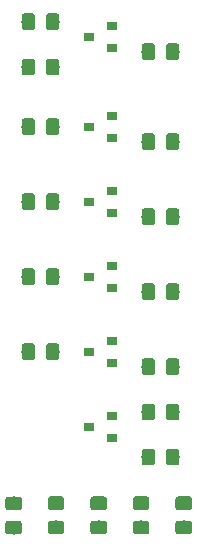
<source format=gbr>
G04 #@! TF.GenerationSoftware,KiCad,Pcbnew,(5.0.2)-1*
G04 #@! TF.CreationDate,2019-06-20T09:18:01+05:30*
G04 #@! TF.ProjectId,CapacityOfBattery,43617061-6369-4747-994f-664261747465,rev?*
G04 #@! TF.SameCoordinates,Original*
G04 #@! TF.FileFunction,Paste,Top*
G04 #@! TF.FilePolarity,Positive*
%FSLAX46Y46*%
G04 Gerber Fmt 4.6, Leading zero omitted, Abs format (unit mm)*
G04 Created by KiCad (PCBNEW (5.0.2)-1) date 06/20/19 09:18:01*
%MOMM*%
%LPD*%
G01*
G04 APERTURE LIST*
%ADD10R,0.900000X0.800000*%
%ADD11C,0.100000*%
%ADD12C,1.150000*%
G04 APERTURE END LIST*
D10*
G04 #@! TO.C,Q3*
X29660000Y-46650000D03*
X29660000Y-44750000D03*
X27660000Y-45700000D03*
G04 #@! TD*
D11*
G04 #@! TO.C,R9*
G36*
X35114505Y-25951204D02*
X35138773Y-25954804D01*
X35162572Y-25960765D01*
X35185671Y-25969030D01*
X35207850Y-25979520D01*
X35228893Y-25992132D01*
X35248599Y-26006747D01*
X35266777Y-26023223D01*
X35283253Y-26041401D01*
X35297868Y-26061107D01*
X35310480Y-26082150D01*
X35320970Y-26104329D01*
X35329235Y-26127428D01*
X35335196Y-26151227D01*
X35338796Y-26175495D01*
X35340000Y-26199999D01*
X35340000Y-27100001D01*
X35338796Y-27124505D01*
X35335196Y-27148773D01*
X35329235Y-27172572D01*
X35320970Y-27195671D01*
X35310480Y-27217850D01*
X35297868Y-27238893D01*
X35283253Y-27258599D01*
X35266777Y-27276777D01*
X35248599Y-27293253D01*
X35228893Y-27307868D01*
X35207850Y-27320480D01*
X35185671Y-27330970D01*
X35162572Y-27339235D01*
X35138773Y-27345196D01*
X35114505Y-27348796D01*
X35090001Y-27350000D01*
X34439999Y-27350000D01*
X34415495Y-27348796D01*
X34391227Y-27345196D01*
X34367428Y-27339235D01*
X34344329Y-27330970D01*
X34322150Y-27320480D01*
X34301107Y-27307868D01*
X34281401Y-27293253D01*
X34263223Y-27276777D01*
X34246747Y-27258599D01*
X34232132Y-27238893D01*
X34219520Y-27217850D01*
X34209030Y-27195671D01*
X34200765Y-27172572D01*
X34194804Y-27148773D01*
X34191204Y-27124505D01*
X34190000Y-27100001D01*
X34190000Y-26199999D01*
X34191204Y-26175495D01*
X34194804Y-26151227D01*
X34200765Y-26127428D01*
X34209030Y-26104329D01*
X34219520Y-26082150D01*
X34232132Y-26061107D01*
X34246747Y-26041401D01*
X34263223Y-26023223D01*
X34281401Y-26006747D01*
X34301107Y-25992132D01*
X34322150Y-25979520D01*
X34344329Y-25969030D01*
X34367428Y-25960765D01*
X34391227Y-25954804D01*
X34415495Y-25951204D01*
X34439999Y-25950000D01*
X35090001Y-25950000D01*
X35114505Y-25951204D01*
X35114505Y-25951204D01*
G37*
D12*
X34765000Y-26650000D03*
D11*
G36*
X33064505Y-25951204D02*
X33088773Y-25954804D01*
X33112572Y-25960765D01*
X33135671Y-25969030D01*
X33157850Y-25979520D01*
X33178893Y-25992132D01*
X33198599Y-26006747D01*
X33216777Y-26023223D01*
X33233253Y-26041401D01*
X33247868Y-26061107D01*
X33260480Y-26082150D01*
X33270970Y-26104329D01*
X33279235Y-26127428D01*
X33285196Y-26151227D01*
X33288796Y-26175495D01*
X33290000Y-26199999D01*
X33290000Y-27100001D01*
X33288796Y-27124505D01*
X33285196Y-27148773D01*
X33279235Y-27172572D01*
X33270970Y-27195671D01*
X33260480Y-27217850D01*
X33247868Y-27238893D01*
X33233253Y-27258599D01*
X33216777Y-27276777D01*
X33198599Y-27293253D01*
X33178893Y-27307868D01*
X33157850Y-27320480D01*
X33135671Y-27330970D01*
X33112572Y-27339235D01*
X33088773Y-27345196D01*
X33064505Y-27348796D01*
X33040001Y-27350000D01*
X32389999Y-27350000D01*
X32365495Y-27348796D01*
X32341227Y-27345196D01*
X32317428Y-27339235D01*
X32294329Y-27330970D01*
X32272150Y-27320480D01*
X32251107Y-27307868D01*
X32231401Y-27293253D01*
X32213223Y-27276777D01*
X32196747Y-27258599D01*
X32182132Y-27238893D01*
X32169520Y-27217850D01*
X32159030Y-27195671D01*
X32150765Y-27172572D01*
X32144804Y-27148773D01*
X32141204Y-27124505D01*
X32140000Y-27100001D01*
X32140000Y-26199999D01*
X32141204Y-26175495D01*
X32144804Y-26151227D01*
X32150765Y-26127428D01*
X32159030Y-26104329D01*
X32169520Y-26082150D01*
X32182132Y-26061107D01*
X32196747Y-26041401D01*
X32213223Y-26023223D01*
X32231401Y-26006747D01*
X32251107Y-25992132D01*
X32272150Y-25979520D01*
X32294329Y-25969030D01*
X32317428Y-25960765D01*
X32341227Y-25954804D01*
X32365495Y-25951204D01*
X32389999Y-25950000D01*
X33040001Y-25950000D01*
X33064505Y-25951204D01*
X33064505Y-25951204D01*
G37*
D12*
X32715000Y-26650000D03*
G04 #@! TD*
D10*
G04 #@! TO.C,Q6*
X29660000Y-26330000D03*
X29660000Y-24430000D03*
X27660000Y-25380000D03*
G04 #@! TD*
D11*
G04 #@! TO.C,D2*
G36*
X25374505Y-66351204D02*
X25398773Y-66354804D01*
X25422572Y-66360765D01*
X25445671Y-66369030D01*
X25467850Y-66379520D01*
X25488893Y-66392132D01*
X25508599Y-66406747D01*
X25526777Y-66423223D01*
X25543253Y-66441401D01*
X25557868Y-66461107D01*
X25570480Y-66482150D01*
X25580970Y-66504329D01*
X25589235Y-66527428D01*
X25595196Y-66551227D01*
X25598796Y-66575495D01*
X25600000Y-66599999D01*
X25600000Y-67250001D01*
X25598796Y-67274505D01*
X25595196Y-67298773D01*
X25589235Y-67322572D01*
X25580970Y-67345671D01*
X25570480Y-67367850D01*
X25557868Y-67388893D01*
X25543253Y-67408599D01*
X25526777Y-67426777D01*
X25508599Y-67443253D01*
X25488893Y-67457868D01*
X25467850Y-67470480D01*
X25445671Y-67480970D01*
X25422572Y-67489235D01*
X25398773Y-67495196D01*
X25374505Y-67498796D01*
X25350001Y-67500000D01*
X24449999Y-67500000D01*
X24425495Y-67498796D01*
X24401227Y-67495196D01*
X24377428Y-67489235D01*
X24354329Y-67480970D01*
X24332150Y-67470480D01*
X24311107Y-67457868D01*
X24291401Y-67443253D01*
X24273223Y-67426777D01*
X24256747Y-67408599D01*
X24242132Y-67388893D01*
X24229520Y-67367850D01*
X24219030Y-67345671D01*
X24210765Y-67322572D01*
X24204804Y-67298773D01*
X24201204Y-67274505D01*
X24200000Y-67250001D01*
X24200000Y-66599999D01*
X24201204Y-66575495D01*
X24204804Y-66551227D01*
X24210765Y-66527428D01*
X24219030Y-66504329D01*
X24229520Y-66482150D01*
X24242132Y-66461107D01*
X24256747Y-66441401D01*
X24273223Y-66423223D01*
X24291401Y-66406747D01*
X24311107Y-66392132D01*
X24332150Y-66379520D01*
X24354329Y-66369030D01*
X24377428Y-66360765D01*
X24401227Y-66354804D01*
X24425495Y-66351204D01*
X24449999Y-66350000D01*
X25350001Y-66350000D01*
X25374505Y-66351204D01*
X25374505Y-66351204D01*
G37*
D12*
X24900000Y-66925000D03*
D11*
G36*
X25374505Y-64301204D02*
X25398773Y-64304804D01*
X25422572Y-64310765D01*
X25445671Y-64319030D01*
X25467850Y-64329520D01*
X25488893Y-64342132D01*
X25508599Y-64356747D01*
X25526777Y-64373223D01*
X25543253Y-64391401D01*
X25557868Y-64411107D01*
X25570480Y-64432150D01*
X25580970Y-64454329D01*
X25589235Y-64477428D01*
X25595196Y-64501227D01*
X25598796Y-64525495D01*
X25600000Y-64549999D01*
X25600000Y-65200001D01*
X25598796Y-65224505D01*
X25595196Y-65248773D01*
X25589235Y-65272572D01*
X25580970Y-65295671D01*
X25570480Y-65317850D01*
X25557868Y-65338893D01*
X25543253Y-65358599D01*
X25526777Y-65376777D01*
X25508599Y-65393253D01*
X25488893Y-65407868D01*
X25467850Y-65420480D01*
X25445671Y-65430970D01*
X25422572Y-65439235D01*
X25398773Y-65445196D01*
X25374505Y-65448796D01*
X25350001Y-65450000D01*
X24449999Y-65450000D01*
X24425495Y-65448796D01*
X24401227Y-65445196D01*
X24377428Y-65439235D01*
X24354329Y-65430970D01*
X24332150Y-65420480D01*
X24311107Y-65407868D01*
X24291401Y-65393253D01*
X24273223Y-65376777D01*
X24256747Y-65358599D01*
X24242132Y-65338893D01*
X24229520Y-65317850D01*
X24219030Y-65295671D01*
X24210765Y-65272572D01*
X24204804Y-65248773D01*
X24201204Y-65224505D01*
X24200000Y-65200001D01*
X24200000Y-64549999D01*
X24201204Y-64525495D01*
X24204804Y-64501227D01*
X24210765Y-64477428D01*
X24219030Y-64454329D01*
X24229520Y-64432150D01*
X24242132Y-64411107D01*
X24256747Y-64391401D01*
X24273223Y-64373223D01*
X24291401Y-64356747D01*
X24311107Y-64342132D01*
X24332150Y-64329520D01*
X24354329Y-64319030D01*
X24377428Y-64310765D01*
X24401227Y-64304804D01*
X24425495Y-64301204D01*
X24449999Y-64300000D01*
X25350001Y-64300000D01*
X25374505Y-64301204D01*
X25374505Y-64301204D01*
G37*
D12*
X24900000Y-64875000D03*
G04 #@! TD*
D11*
G04 #@! TO.C,D3*
G36*
X28974505Y-64301204D02*
X28998773Y-64304804D01*
X29022572Y-64310765D01*
X29045671Y-64319030D01*
X29067850Y-64329520D01*
X29088893Y-64342132D01*
X29108599Y-64356747D01*
X29126777Y-64373223D01*
X29143253Y-64391401D01*
X29157868Y-64411107D01*
X29170480Y-64432150D01*
X29180970Y-64454329D01*
X29189235Y-64477428D01*
X29195196Y-64501227D01*
X29198796Y-64525495D01*
X29200000Y-64549999D01*
X29200000Y-65200001D01*
X29198796Y-65224505D01*
X29195196Y-65248773D01*
X29189235Y-65272572D01*
X29180970Y-65295671D01*
X29170480Y-65317850D01*
X29157868Y-65338893D01*
X29143253Y-65358599D01*
X29126777Y-65376777D01*
X29108599Y-65393253D01*
X29088893Y-65407868D01*
X29067850Y-65420480D01*
X29045671Y-65430970D01*
X29022572Y-65439235D01*
X28998773Y-65445196D01*
X28974505Y-65448796D01*
X28950001Y-65450000D01*
X28049999Y-65450000D01*
X28025495Y-65448796D01*
X28001227Y-65445196D01*
X27977428Y-65439235D01*
X27954329Y-65430970D01*
X27932150Y-65420480D01*
X27911107Y-65407868D01*
X27891401Y-65393253D01*
X27873223Y-65376777D01*
X27856747Y-65358599D01*
X27842132Y-65338893D01*
X27829520Y-65317850D01*
X27819030Y-65295671D01*
X27810765Y-65272572D01*
X27804804Y-65248773D01*
X27801204Y-65224505D01*
X27800000Y-65200001D01*
X27800000Y-64549999D01*
X27801204Y-64525495D01*
X27804804Y-64501227D01*
X27810765Y-64477428D01*
X27819030Y-64454329D01*
X27829520Y-64432150D01*
X27842132Y-64411107D01*
X27856747Y-64391401D01*
X27873223Y-64373223D01*
X27891401Y-64356747D01*
X27911107Y-64342132D01*
X27932150Y-64329520D01*
X27954329Y-64319030D01*
X27977428Y-64310765D01*
X28001227Y-64304804D01*
X28025495Y-64301204D01*
X28049999Y-64300000D01*
X28950001Y-64300000D01*
X28974505Y-64301204D01*
X28974505Y-64301204D01*
G37*
D12*
X28500000Y-64875000D03*
D11*
G36*
X28974505Y-66351204D02*
X28998773Y-66354804D01*
X29022572Y-66360765D01*
X29045671Y-66369030D01*
X29067850Y-66379520D01*
X29088893Y-66392132D01*
X29108599Y-66406747D01*
X29126777Y-66423223D01*
X29143253Y-66441401D01*
X29157868Y-66461107D01*
X29170480Y-66482150D01*
X29180970Y-66504329D01*
X29189235Y-66527428D01*
X29195196Y-66551227D01*
X29198796Y-66575495D01*
X29200000Y-66599999D01*
X29200000Y-67250001D01*
X29198796Y-67274505D01*
X29195196Y-67298773D01*
X29189235Y-67322572D01*
X29180970Y-67345671D01*
X29170480Y-67367850D01*
X29157868Y-67388893D01*
X29143253Y-67408599D01*
X29126777Y-67426777D01*
X29108599Y-67443253D01*
X29088893Y-67457868D01*
X29067850Y-67470480D01*
X29045671Y-67480970D01*
X29022572Y-67489235D01*
X28998773Y-67495196D01*
X28974505Y-67498796D01*
X28950001Y-67500000D01*
X28049999Y-67500000D01*
X28025495Y-67498796D01*
X28001227Y-67495196D01*
X27977428Y-67489235D01*
X27954329Y-67480970D01*
X27932150Y-67470480D01*
X27911107Y-67457868D01*
X27891401Y-67443253D01*
X27873223Y-67426777D01*
X27856747Y-67408599D01*
X27842132Y-67388893D01*
X27829520Y-67367850D01*
X27819030Y-67345671D01*
X27810765Y-67322572D01*
X27804804Y-67298773D01*
X27801204Y-67274505D01*
X27800000Y-67250001D01*
X27800000Y-66599999D01*
X27801204Y-66575495D01*
X27804804Y-66551227D01*
X27810765Y-66527428D01*
X27819030Y-66504329D01*
X27829520Y-66482150D01*
X27842132Y-66461107D01*
X27856747Y-66441401D01*
X27873223Y-66423223D01*
X27891401Y-66406747D01*
X27911107Y-66392132D01*
X27932150Y-66379520D01*
X27954329Y-66369030D01*
X27977428Y-66360765D01*
X28001227Y-66354804D01*
X28025495Y-66351204D01*
X28049999Y-66350000D01*
X28950001Y-66350000D01*
X28974505Y-66351204D01*
X28974505Y-66351204D01*
G37*
D12*
X28500000Y-66925000D03*
G04 #@! TD*
D11*
G04 #@! TO.C,D4*
G36*
X32574505Y-66351204D02*
X32598773Y-66354804D01*
X32622572Y-66360765D01*
X32645671Y-66369030D01*
X32667850Y-66379520D01*
X32688893Y-66392132D01*
X32708599Y-66406747D01*
X32726777Y-66423223D01*
X32743253Y-66441401D01*
X32757868Y-66461107D01*
X32770480Y-66482150D01*
X32780970Y-66504329D01*
X32789235Y-66527428D01*
X32795196Y-66551227D01*
X32798796Y-66575495D01*
X32800000Y-66599999D01*
X32800000Y-67250001D01*
X32798796Y-67274505D01*
X32795196Y-67298773D01*
X32789235Y-67322572D01*
X32780970Y-67345671D01*
X32770480Y-67367850D01*
X32757868Y-67388893D01*
X32743253Y-67408599D01*
X32726777Y-67426777D01*
X32708599Y-67443253D01*
X32688893Y-67457868D01*
X32667850Y-67470480D01*
X32645671Y-67480970D01*
X32622572Y-67489235D01*
X32598773Y-67495196D01*
X32574505Y-67498796D01*
X32550001Y-67500000D01*
X31649999Y-67500000D01*
X31625495Y-67498796D01*
X31601227Y-67495196D01*
X31577428Y-67489235D01*
X31554329Y-67480970D01*
X31532150Y-67470480D01*
X31511107Y-67457868D01*
X31491401Y-67443253D01*
X31473223Y-67426777D01*
X31456747Y-67408599D01*
X31442132Y-67388893D01*
X31429520Y-67367850D01*
X31419030Y-67345671D01*
X31410765Y-67322572D01*
X31404804Y-67298773D01*
X31401204Y-67274505D01*
X31400000Y-67250001D01*
X31400000Y-66599999D01*
X31401204Y-66575495D01*
X31404804Y-66551227D01*
X31410765Y-66527428D01*
X31419030Y-66504329D01*
X31429520Y-66482150D01*
X31442132Y-66461107D01*
X31456747Y-66441401D01*
X31473223Y-66423223D01*
X31491401Y-66406747D01*
X31511107Y-66392132D01*
X31532150Y-66379520D01*
X31554329Y-66369030D01*
X31577428Y-66360765D01*
X31601227Y-66354804D01*
X31625495Y-66351204D01*
X31649999Y-66350000D01*
X32550001Y-66350000D01*
X32574505Y-66351204D01*
X32574505Y-66351204D01*
G37*
D12*
X32100000Y-66925000D03*
D11*
G36*
X32574505Y-64301204D02*
X32598773Y-64304804D01*
X32622572Y-64310765D01*
X32645671Y-64319030D01*
X32667850Y-64329520D01*
X32688893Y-64342132D01*
X32708599Y-64356747D01*
X32726777Y-64373223D01*
X32743253Y-64391401D01*
X32757868Y-64411107D01*
X32770480Y-64432150D01*
X32780970Y-64454329D01*
X32789235Y-64477428D01*
X32795196Y-64501227D01*
X32798796Y-64525495D01*
X32800000Y-64549999D01*
X32800000Y-65200001D01*
X32798796Y-65224505D01*
X32795196Y-65248773D01*
X32789235Y-65272572D01*
X32780970Y-65295671D01*
X32770480Y-65317850D01*
X32757868Y-65338893D01*
X32743253Y-65358599D01*
X32726777Y-65376777D01*
X32708599Y-65393253D01*
X32688893Y-65407868D01*
X32667850Y-65420480D01*
X32645671Y-65430970D01*
X32622572Y-65439235D01*
X32598773Y-65445196D01*
X32574505Y-65448796D01*
X32550001Y-65450000D01*
X31649999Y-65450000D01*
X31625495Y-65448796D01*
X31601227Y-65445196D01*
X31577428Y-65439235D01*
X31554329Y-65430970D01*
X31532150Y-65420480D01*
X31511107Y-65407868D01*
X31491401Y-65393253D01*
X31473223Y-65376777D01*
X31456747Y-65358599D01*
X31442132Y-65338893D01*
X31429520Y-65317850D01*
X31419030Y-65295671D01*
X31410765Y-65272572D01*
X31404804Y-65248773D01*
X31401204Y-65224505D01*
X31400000Y-65200001D01*
X31400000Y-64549999D01*
X31401204Y-64525495D01*
X31404804Y-64501227D01*
X31410765Y-64477428D01*
X31419030Y-64454329D01*
X31429520Y-64432150D01*
X31442132Y-64411107D01*
X31456747Y-64391401D01*
X31473223Y-64373223D01*
X31491401Y-64356747D01*
X31511107Y-64342132D01*
X31532150Y-64329520D01*
X31554329Y-64319030D01*
X31577428Y-64310765D01*
X31601227Y-64304804D01*
X31625495Y-64301204D01*
X31649999Y-64300000D01*
X32550001Y-64300000D01*
X32574505Y-64301204D01*
X32574505Y-64301204D01*
G37*
D12*
X32100000Y-64875000D03*
G04 #@! TD*
D11*
G04 #@! TO.C,D5*
G36*
X36174505Y-64301204D02*
X36198773Y-64304804D01*
X36222572Y-64310765D01*
X36245671Y-64319030D01*
X36267850Y-64329520D01*
X36288893Y-64342132D01*
X36308599Y-64356747D01*
X36326777Y-64373223D01*
X36343253Y-64391401D01*
X36357868Y-64411107D01*
X36370480Y-64432150D01*
X36380970Y-64454329D01*
X36389235Y-64477428D01*
X36395196Y-64501227D01*
X36398796Y-64525495D01*
X36400000Y-64549999D01*
X36400000Y-65200001D01*
X36398796Y-65224505D01*
X36395196Y-65248773D01*
X36389235Y-65272572D01*
X36380970Y-65295671D01*
X36370480Y-65317850D01*
X36357868Y-65338893D01*
X36343253Y-65358599D01*
X36326777Y-65376777D01*
X36308599Y-65393253D01*
X36288893Y-65407868D01*
X36267850Y-65420480D01*
X36245671Y-65430970D01*
X36222572Y-65439235D01*
X36198773Y-65445196D01*
X36174505Y-65448796D01*
X36150001Y-65450000D01*
X35249999Y-65450000D01*
X35225495Y-65448796D01*
X35201227Y-65445196D01*
X35177428Y-65439235D01*
X35154329Y-65430970D01*
X35132150Y-65420480D01*
X35111107Y-65407868D01*
X35091401Y-65393253D01*
X35073223Y-65376777D01*
X35056747Y-65358599D01*
X35042132Y-65338893D01*
X35029520Y-65317850D01*
X35019030Y-65295671D01*
X35010765Y-65272572D01*
X35004804Y-65248773D01*
X35001204Y-65224505D01*
X35000000Y-65200001D01*
X35000000Y-64549999D01*
X35001204Y-64525495D01*
X35004804Y-64501227D01*
X35010765Y-64477428D01*
X35019030Y-64454329D01*
X35029520Y-64432150D01*
X35042132Y-64411107D01*
X35056747Y-64391401D01*
X35073223Y-64373223D01*
X35091401Y-64356747D01*
X35111107Y-64342132D01*
X35132150Y-64329520D01*
X35154329Y-64319030D01*
X35177428Y-64310765D01*
X35201227Y-64304804D01*
X35225495Y-64301204D01*
X35249999Y-64300000D01*
X36150001Y-64300000D01*
X36174505Y-64301204D01*
X36174505Y-64301204D01*
G37*
D12*
X35700000Y-64875000D03*
D11*
G36*
X36174505Y-66351204D02*
X36198773Y-66354804D01*
X36222572Y-66360765D01*
X36245671Y-66369030D01*
X36267850Y-66379520D01*
X36288893Y-66392132D01*
X36308599Y-66406747D01*
X36326777Y-66423223D01*
X36343253Y-66441401D01*
X36357868Y-66461107D01*
X36370480Y-66482150D01*
X36380970Y-66504329D01*
X36389235Y-66527428D01*
X36395196Y-66551227D01*
X36398796Y-66575495D01*
X36400000Y-66599999D01*
X36400000Y-67250001D01*
X36398796Y-67274505D01*
X36395196Y-67298773D01*
X36389235Y-67322572D01*
X36380970Y-67345671D01*
X36370480Y-67367850D01*
X36357868Y-67388893D01*
X36343253Y-67408599D01*
X36326777Y-67426777D01*
X36308599Y-67443253D01*
X36288893Y-67457868D01*
X36267850Y-67470480D01*
X36245671Y-67480970D01*
X36222572Y-67489235D01*
X36198773Y-67495196D01*
X36174505Y-67498796D01*
X36150001Y-67500000D01*
X35249999Y-67500000D01*
X35225495Y-67498796D01*
X35201227Y-67495196D01*
X35177428Y-67489235D01*
X35154329Y-67480970D01*
X35132150Y-67470480D01*
X35111107Y-67457868D01*
X35091401Y-67443253D01*
X35073223Y-67426777D01*
X35056747Y-67408599D01*
X35042132Y-67388893D01*
X35029520Y-67367850D01*
X35019030Y-67345671D01*
X35010765Y-67322572D01*
X35004804Y-67298773D01*
X35001204Y-67274505D01*
X35000000Y-67250001D01*
X35000000Y-66599999D01*
X35001204Y-66575495D01*
X35004804Y-66551227D01*
X35010765Y-66527428D01*
X35019030Y-66504329D01*
X35029520Y-66482150D01*
X35042132Y-66461107D01*
X35056747Y-66441401D01*
X35073223Y-66423223D01*
X35091401Y-66406747D01*
X35111107Y-66392132D01*
X35132150Y-66379520D01*
X35154329Y-66369030D01*
X35177428Y-66360765D01*
X35201227Y-66354804D01*
X35225495Y-66351204D01*
X35249999Y-66350000D01*
X36150001Y-66350000D01*
X36174505Y-66351204D01*
X36174505Y-66351204D01*
G37*
D12*
X35700000Y-66925000D03*
G04 #@! TD*
D11*
G04 #@! TO.C,D1*
G36*
X21775338Y-66361138D02*
X21799606Y-66364738D01*
X21823405Y-66370699D01*
X21846504Y-66378964D01*
X21868683Y-66389454D01*
X21889726Y-66402066D01*
X21909432Y-66416681D01*
X21927610Y-66433157D01*
X21944086Y-66451335D01*
X21958701Y-66471041D01*
X21971313Y-66492084D01*
X21981803Y-66514263D01*
X21990068Y-66537362D01*
X21996029Y-66561161D01*
X21999629Y-66585429D01*
X22000833Y-66609933D01*
X22000833Y-67259935D01*
X21999629Y-67284439D01*
X21996029Y-67308707D01*
X21990068Y-67332506D01*
X21981803Y-67355605D01*
X21971313Y-67377784D01*
X21958701Y-67398827D01*
X21944086Y-67418533D01*
X21927610Y-67436711D01*
X21909432Y-67453187D01*
X21889726Y-67467802D01*
X21868683Y-67480414D01*
X21846504Y-67490904D01*
X21823405Y-67499169D01*
X21799606Y-67505130D01*
X21775338Y-67508730D01*
X21750834Y-67509934D01*
X20850832Y-67509934D01*
X20826328Y-67508730D01*
X20802060Y-67505130D01*
X20778261Y-67499169D01*
X20755162Y-67490904D01*
X20732983Y-67480414D01*
X20711940Y-67467802D01*
X20692234Y-67453187D01*
X20674056Y-67436711D01*
X20657580Y-67418533D01*
X20642965Y-67398827D01*
X20630353Y-67377784D01*
X20619863Y-67355605D01*
X20611598Y-67332506D01*
X20605637Y-67308707D01*
X20602037Y-67284439D01*
X20600833Y-67259935D01*
X20600833Y-66609933D01*
X20602037Y-66585429D01*
X20605637Y-66561161D01*
X20611598Y-66537362D01*
X20619863Y-66514263D01*
X20630353Y-66492084D01*
X20642965Y-66471041D01*
X20657580Y-66451335D01*
X20674056Y-66433157D01*
X20692234Y-66416681D01*
X20711940Y-66402066D01*
X20732983Y-66389454D01*
X20755162Y-66378964D01*
X20778261Y-66370699D01*
X20802060Y-66364738D01*
X20826328Y-66361138D01*
X20850832Y-66359934D01*
X21750834Y-66359934D01*
X21775338Y-66361138D01*
X21775338Y-66361138D01*
G37*
D12*
X21300833Y-66934934D03*
D11*
G36*
X21775338Y-64311138D02*
X21799606Y-64314738D01*
X21823405Y-64320699D01*
X21846504Y-64328964D01*
X21868683Y-64339454D01*
X21889726Y-64352066D01*
X21909432Y-64366681D01*
X21927610Y-64383157D01*
X21944086Y-64401335D01*
X21958701Y-64421041D01*
X21971313Y-64442084D01*
X21981803Y-64464263D01*
X21990068Y-64487362D01*
X21996029Y-64511161D01*
X21999629Y-64535429D01*
X22000833Y-64559933D01*
X22000833Y-65209935D01*
X21999629Y-65234439D01*
X21996029Y-65258707D01*
X21990068Y-65282506D01*
X21981803Y-65305605D01*
X21971313Y-65327784D01*
X21958701Y-65348827D01*
X21944086Y-65368533D01*
X21927610Y-65386711D01*
X21909432Y-65403187D01*
X21889726Y-65417802D01*
X21868683Y-65430414D01*
X21846504Y-65440904D01*
X21823405Y-65449169D01*
X21799606Y-65455130D01*
X21775338Y-65458730D01*
X21750834Y-65459934D01*
X20850832Y-65459934D01*
X20826328Y-65458730D01*
X20802060Y-65455130D01*
X20778261Y-65449169D01*
X20755162Y-65440904D01*
X20732983Y-65430414D01*
X20711940Y-65417802D01*
X20692234Y-65403187D01*
X20674056Y-65386711D01*
X20657580Y-65368533D01*
X20642965Y-65348827D01*
X20630353Y-65327784D01*
X20619863Y-65305605D01*
X20611598Y-65282506D01*
X20605637Y-65258707D01*
X20602037Y-65234439D01*
X20600833Y-65209935D01*
X20600833Y-64559933D01*
X20602037Y-64535429D01*
X20605637Y-64511161D01*
X20611598Y-64487362D01*
X20619863Y-64464263D01*
X20630353Y-64442084D01*
X20642965Y-64421041D01*
X20657580Y-64401335D01*
X20674056Y-64383157D01*
X20692234Y-64366681D01*
X20711940Y-64352066D01*
X20732983Y-64339454D01*
X20755162Y-64328964D01*
X20778261Y-64320699D01*
X20802060Y-64314738D01*
X20826328Y-64311138D01*
X20850832Y-64309934D01*
X21750834Y-64309934D01*
X21775338Y-64311138D01*
X21775338Y-64311138D01*
G37*
D12*
X21300833Y-64884934D03*
G04 #@! TD*
D11*
G04 #@! TO.C,R6*
G36*
X35114505Y-60261204D02*
X35138773Y-60264804D01*
X35162572Y-60270765D01*
X35185671Y-60279030D01*
X35207850Y-60289520D01*
X35228893Y-60302132D01*
X35248599Y-60316747D01*
X35266777Y-60333223D01*
X35283253Y-60351401D01*
X35297868Y-60371107D01*
X35310480Y-60392150D01*
X35320970Y-60414329D01*
X35329235Y-60437428D01*
X35335196Y-60461227D01*
X35338796Y-60485495D01*
X35340000Y-60509999D01*
X35340000Y-61410001D01*
X35338796Y-61434505D01*
X35335196Y-61458773D01*
X35329235Y-61482572D01*
X35320970Y-61505671D01*
X35310480Y-61527850D01*
X35297868Y-61548893D01*
X35283253Y-61568599D01*
X35266777Y-61586777D01*
X35248599Y-61603253D01*
X35228893Y-61617868D01*
X35207850Y-61630480D01*
X35185671Y-61640970D01*
X35162572Y-61649235D01*
X35138773Y-61655196D01*
X35114505Y-61658796D01*
X35090001Y-61660000D01*
X34439999Y-61660000D01*
X34415495Y-61658796D01*
X34391227Y-61655196D01*
X34367428Y-61649235D01*
X34344329Y-61640970D01*
X34322150Y-61630480D01*
X34301107Y-61617868D01*
X34281401Y-61603253D01*
X34263223Y-61586777D01*
X34246747Y-61568599D01*
X34232132Y-61548893D01*
X34219520Y-61527850D01*
X34209030Y-61505671D01*
X34200765Y-61482572D01*
X34194804Y-61458773D01*
X34191204Y-61434505D01*
X34190000Y-61410001D01*
X34190000Y-60509999D01*
X34191204Y-60485495D01*
X34194804Y-60461227D01*
X34200765Y-60437428D01*
X34209030Y-60414329D01*
X34219520Y-60392150D01*
X34232132Y-60371107D01*
X34246747Y-60351401D01*
X34263223Y-60333223D01*
X34281401Y-60316747D01*
X34301107Y-60302132D01*
X34322150Y-60289520D01*
X34344329Y-60279030D01*
X34367428Y-60270765D01*
X34391227Y-60264804D01*
X34415495Y-60261204D01*
X34439999Y-60260000D01*
X35090001Y-60260000D01*
X35114505Y-60261204D01*
X35114505Y-60261204D01*
G37*
D12*
X34765000Y-60960000D03*
D11*
G36*
X33064505Y-60261204D02*
X33088773Y-60264804D01*
X33112572Y-60270765D01*
X33135671Y-60279030D01*
X33157850Y-60289520D01*
X33178893Y-60302132D01*
X33198599Y-60316747D01*
X33216777Y-60333223D01*
X33233253Y-60351401D01*
X33247868Y-60371107D01*
X33260480Y-60392150D01*
X33270970Y-60414329D01*
X33279235Y-60437428D01*
X33285196Y-60461227D01*
X33288796Y-60485495D01*
X33290000Y-60509999D01*
X33290000Y-61410001D01*
X33288796Y-61434505D01*
X33285196Y-61458773D01*
X33279235Y-61482572D01*
X33270970Y-61505671D01*
X33260480Y-61527850D01*
X33247868Y-61548893D01*
X33233253Y-61568599D01*
X33216777Y-61586777D01*
X33198599Y-61603253D01*
X33178893Y-61617868D01*
X33157850Y-61630480D01*
X33135671Y-61640970D01*
X33112572Y-61649235D01*
X33088773Y-61655196D01*
X33064505Y-61658796D01*
X33040001Y-61660000D01*
X32389999Y-61660000D01*
X32365495Y-61658796D01*
X32341227Y-61655196D01*
X32317428Y-61649235D01*
X32294329Y-61640970D01*
X32272150Y-61630480D01*
X32251107Y-61617868D01*
X32231401Y-61603253D01*
X32213223Y-61586777D01*
X32196747Y-61568599D01*
X32182132Y-61548893D01*
X32169520Y-61527850D01*
X32159030Y-61505671D01*
X32150765Y-61482572D01*
X32144804Y-61458773D01*
X32141204Y-61434505D01*
X32140000Y-61410001D01*
X32140000Y-60509999D01*
X32141204Y-60485495D01*
X32144804Y-60461227D01*
X32150765Y-60437428D01*
X32159030Y-60414329D01*
X32169520Y-60392150D01*
X32182132Y-60371107D01*
X32196747Y-60351401D01*
X32213223Y-60333223D01*
X32231401Y-60316747D01*
X32251107Y-60302132D01*
X32272150Y-60289520D01*
X32294329Y-60279030D01*
X32317428Y-60270765D01*
X32341227Y-60264804D01*
X32365495Y-60261204D01*
X32389999Y-60260000D01*
X33040001Y-60260000D01*
X33064505Y-60261204D01*
X33064505Y-60261204D01*
G37*
D12*
X32715000Y-60960000D03*
G04 #@! TD*
D11*
G04 #@! TO.C,R7*
G36*
X22904505Y-27241204D02*
X22928773Y-27244804D01*
X22952572Y-27250765D01*
X22975671Y-27259030D01*
X22997850Y-27269520D01*
X23018893Y-27282132D01*
X23038599Y-27296747D01*
X23056777Y-27313223D01*
X23073253Y-27331401D01*
X23087868Y-27351107D01*
X23100480Y-27372150D01*
X23110970Y-27394329D01*
X23119235Y-27417428D01*
X23125196Y-27441227D01*
X23128796Y-27465495D01*
X23130000Y-27489999D01*
X23130000Y-28390001D01*
X23128796Y-28414505D01*
X23125196Y-28438773D01*
X23119235Y-28462572D01*
X23110970Y-28485671D01*
X23100480Y-28507850D01*
X23087868Y-28528893D01*
X23073253Y-28548599D01*
X23056777Y-28566777D01*
X23038599Y-28583253D01*
X23018893Y-28597868D01*
X22997850Y-28610480D01*
X22975671Y-28620970D01*
X22952572Y-28629235D01*
X22928773Y-28635196D01*
X22904505Y-28638796D01*
X22880001Y-28640000D01*
X22229999Y-28640000D01*
X22205495Y-28638796D01*
X22181227Y-28635196D01*
X22157428Y-28629235D01*
X22134329Y-28620970D01*
X22112150Y-28610480D01*
X22091107Y-28597868D01*
X22071401Y-28583253D01*
X22053223Y-28566777D01*
X22036747Y-28548599D01*
X22022132Y-28528893D01*
X22009520Y-28507850D01*
X21999030Y-28485671D01*
X21990765Y-28462572D01*
X21984804Y-28438773D01*
X21981204Y-28414505D01*
X21980000Y-28390001D01*
X21980000Y-27489999D01*
X21981204Y-27465495D01*
X21984804Y-27441227D01*
X21990765Y-27417428D01*
X21999030Y-27394329D01*
X22009520Y-27372150D01*
X22022132Y-27351107D01*
X22036747Y-27331401D01*
X22053223Y-27313223D01*
X22071401Y-27296747D01*
X22091107Y-27282132D01*
X22112150Y-27269520D01*
X22134329Y-27259030D01*
X22157428Y-27250765D01*
X22181227Y-27244804D01*
X22205495Y-27241204D01*
X22229999Y-27240000D01*
X22880001Y-27240000D01*
X22904505Y-27241204D01*
X22904505Y-27241204D01*
G37*
D12*
X22555000Y-27940000D03*
D11*
G36*
X24954505Y-27241204D02*
X24978773Y-27244804D01*
X25002572Y-27250765D01*
X25025671Y-27259030D01*
X25047850Y-27269520D01*
X25068893Y-27282132D01*
X25088599Y-27296747D01*
X25106777Y-27313223D01*
X25123253Y-27331401D01*
X25137868Y-27351107D01*
X25150480Y-27372150D01*
X25160970Y-27394329D01*
X25169235Y-27417428D01*
X25175196Y-27441227D01*
X25178796Y-27465495D01*
X25180000Y-27489999D01*
X25180000Y-28390001D01*
X25178796Y-28414505D01*
X25175196Y-28438773D01*
X25169235Y-28462572D01*
X25160970Y-28485671D01*
X25150480Y-28507850D01*
X25137868Y-28528893D01*
X25123253Y-28548599D01*
X25106777Y-28566777D01*
X25088599Y-28583253D01*
X25068893Y-28597868D01*
X25047850Y-28610480D01*
X25025671Y-28620970D01*
X25002572Y-28629235D01*
X24978773Y-28635196D01*
X24954505Y-28638796D01*
X24930001Y-28640000D01*
X24279999Y-28640000D01*
X24255495Y-28638796D01*
X24231227Y-28635196D01*
X24207428Y-28629235D01*
X24184329Y-28620970D01*
X24162150Y-28610480D01*
X24141107Y-28597868D01*
X24121401Y-28583253D01*
X24103223Y-28566777D01*
X24086747Y-28548599D01*
X24072132Y-28528893D01*
X24059520Y-28507850D01*
X24049030Y-28485671D01*
X24040765Y-28462572D01*
X24034804Y-28438773D01*
X24031204Y-28414505D01*
X24030000Y-28390001D01*
X24030000Y-27489999D01*
X24031204Y-27465495D01*
X24034804Y-27441227D01*
X24040765Y-27417428D01*
X24049030Y-27394329D01*
X24059520Y-27372150D01*
X24072132Y-27351107D01*
X24086747Y-27331401D01*
X24103223Y-27313223D01*
X24121401Y-27296747D01*
X24141107Y-27282132D01*
X24162150Y-27269520D01*
X24184329Y-27259030D01*
X24207428Y-27250765D01*
X24231227Y-27244804D01*
X24255495Y-27241204D01*
X24279999Y-27240000D01*
X24930001Y-27240000D01*
X24954505Y-27241204D01*
X24954505Y-27241204D01*
G37*
D12*
X24605000Y-27940000D03*
G04 #@! TD*
D11*
G04 #@! TO.C,R8*
G36*
X22904505Y-23411204D02*
X22928773Y-23414804D01*
X22952572Y-23420765D01*
X22975671Y-23429030D01*
X22997850Y-23439520D01*
X23018893Y-23452132D01*
X23038599Y-23466747D01*
X23056777Y-23483223D01*
X23073253Y-23501401D01*
X23087868Y-23521107D01*
X23100480Y-23542150D01*
X23110970Y-23564329D01*
X23119235Y-23587428D01*
X23125196Y-23611227D01*
X23128796Y-23635495D01*
X23130000Y-23659999D01*
X23130000Y-24560001D01*
X23128796Y-24584505D01*
X23125196Y-24608773D01*
X23119235Y-24632572D01*
X23110970Y-24655671D01*
X23100480Y-24677850D01*
X23087868Y-24698893D01*
X23073253Y-24718599D01*
X23056777Y-24736777D01*
X23038599Y-24753253D01*
X23018893Y-24767868D01*
X22997850Y-24780480D01*
X22975671Y-24790970D01*
X22952572Y-24799235D01*
X22928773Y-24805196D01*
X22904505Y-24808796D01*
X22880001Y-24810000D01*
X22229999Y-24810000D01*
X22205495Y-24808796D01*
X22181227Y-24805196D01*
X22157428Y-24799235D01*
X22134329Y-24790970D01*
X22112150Y-24780480D01*
X22091107Y-24767868D01*
X22071401Y-24753253D01*
X22053223Y-24736777D01*
X22036747Y-24718599D01*
X22022132Y-24698893D01*
X22009520Y-24677850D01*
X21999030Y-24655671D01*
X21990765Y-24632572D01*
X21984804Y-24608773D01*
X21981204Y-24584505D01*
X21980000Y-24560001D01*
X21980000Y-23659999D01*
X21981204Y-23635495D01*
X21984804Y-23611227D01*
X21990765Y-23587428D01*
X21999030Y-23564329D01*
X22009520Y-23542150D01*
X22022132Y-23521107D01*
X22036747Y-23501401D01*
X22053223Y-23483223D01*
X22071401Y-23466747D01*
X22091107Y-23452132D01*
X22112150Y-23439520D01*
X22134329Y-23429030D01*
X22157428Y-23420765D01*
X22181227Y-23414804D01*
X22205495Y-23411204D01*
X22229999Y-23410000D01*
X22880001Y-23410000D01*
X22904505Y-23411204D01*
X22904505Y-23411204D01*
G37*
D12*
X22555000Y-24110000D03*
D11*
G36*
X24954505Y-23411204D02*
X24978773Y-23414804D01*
X25002572Y-23420765D01*
X25025671Y-23429030D01*
X25047850Y-23439520D01*
X25068893Y-23452132D01*
X25088599Y-23466747D01*
X25106777Y-23483223D01*
X25123253Y-23501401D01*
X25137868Y-23521107D01*
X25150480Y-23542150D01*
X25160970Y-23564329D01*
X25169235Y-23587428D01*
X25175196Y-23611227D01*
X25178796Y-23635495D01*
X25180000Y-23659999D01*
X25180000Y-24560001D01*
X25178796Y-24584505D01*
X25175196Y-24608773D01*
X25169235Y-24632572D01*
X25160970Y-24655671D01*
X25150480Y-24677850D01*
X25137868Y-24698893D01*
X25123253Y-24718599D01*
X25106777Y-24736777D01*
X25088599Y-24753253D01*
X25068893Y-24767868D01*
X25047850Y-24780480D01*
X25025671Y-24790970D01*
X25002572Y-24799235D01*
X24978773Y-24805196D01*
X24954505Y-24808796D01*
X24930001Y-24810000D01*
X24279999Y-24810000D01*
X24255495Y-24808796D01*
X24231227Y-24805196D01*
X24207428Y-24799235D01*
X24184329Y-24790970D01*
X24162150Y-24780480D01*
X24141107Y-24767868D01*
X24121401Y-24753253D01*
X24103223Y-24736777D01*
X24086747Y-24718599D01*
X24072132Y-24698893D01*
X24059520Y-24677850D01*
X24049030Y-24655671D01*
X24040765Y-24632572D01*
X24034804Y-24608773D01*
X24031204Y-24584505D01*
X24030000Y-24560001D01*
X24030000Y-23659999D01*
X24031204Y-23635495D01*
X24034804Y-23611227D01*
X24040765Y-23587428D01*
X24049030Y-23564329D01*
X24059520Y-23542150D01*
X24072132Y-23521107D01*
X24086747Y-23501401D01*
X24103223Y-23483223D01*
X24121401Y-23466747D01*
X24141107Y-23452132D01*
X24162150Y-23439520D01*
X24184329Y-23429030D01*
X24207428Y-23420765D01*
X24231227Y-23414804D01*
X24255495Y-23411204D01*
X24279999Y-23410000D01*
X24930001Y-23410000D01*
X24954505Y-23411204D01*
X24954505Y-23411204D01*
G37*
D12*
X24605000Y-24110000D03*
G04 #@! TD*
D10*
G04 #@! TO.C,Q1*
X29660000Y-33950000D03*
X29660000Y-32050000D03*
X27660000Y-33000000D03*
G04 #@! TD*
G04 #@! TO.C,Q2*
X27660000Y-39350000D03*
X29660000Y-38400000D03*
X29660000Y-40300000D03*
G04 #@! TD*
G04 #@! TO.C,Q4*
X27660000Y-52050000D03*
X29660000Y-51100000D03*
X29660000Y-53000000D03*
G04 #@! TD*
G04 #@! TO.C,Q5*
X29660000Y-59350000D03*
X29660000Y-57450000D03*
X27660000Y-58400000D03*
G04 #@! TD*
D11*
G04 #@! TO.C,R1*
G36*
X35114505Y-33571204D02*
X35138773Y-33574804D01*
X35162572Y-33580765D01*
X35185671Y-33589030D01*
X35207850Y-33599520D01*
X35228893Y-33612132D01*
X35248599Y-33626747D01*
X35266777Y-33643223D01*
X35283253Y-33661401D01*
X35297868Y-33681107D01*
X35310480Y-33702150D01*
X35320970Y-33724329D01*
X35329235Y-33747428D01*
X35335196Y-33771227D01*
X35338796Y-33795495D01*
X35340000Y-33819999D01*
X35340000Y-34720001D01*
X35338796Y-34744505D01*
X35335196Y-34768773D01*
X35329235Y-34792572D01*
X35320970Y-34815671D01*
X35310480Y-34837850D01*
X35297868Y-34858893D01*
X35283253Y-34878599D01*
X35266777Y-34896777D01*
X35248599Y-34913253D01*
X35228893Y-34927868D01*
X35207850Y-34940480D01*
X35185671Y-34950970D01*
X35162572Y-34959235D01*
X35138773Y-34965196D01*
X35114505Y-34968796D01*
X35090001Y-34970000D01*
X34439999Y-34970000D01*
X34415495Y-34968796D01*
X34391227Y-34965196D01*
X34367428Y-34959235D01*
X34344329Y-34950970D01*
X34322150Y-34940480D01*
X34301107Y-34927868D01*
X34281401Y-34913253D01*
X34263223Y-34896777D01*
X34246747Y-34878599D01*
X34232132Y-34858893D01*
X34219520Y-34837850D01*
X34209030Y-34815671D01*
X34200765Y-34792572D01*
X34194804Y-34768773D01*
X34191204Y-34744505D01*
X34190000Y-34720001D01*
X34190000Y-33819999D01*
X34191204Y-33795495D01*
X34194804Y-33771227D01*
X34200765Y-33747428D01*
X34209030Y-33724329D01*
X34219520Y-33702150D01*
X34232132Y-33681107D01*
X34246747Y-33661401D01*
X34263223Y-33643223D01*
X34281401Y-33626747D01*
X34301107Y-33612132D01*
X34322150Y-33599520D01*
X34344329Y-33589030D01*
X34367428Y-33580765D01*
X34391227Y-33574804D01*
X34415495Y-33571204D01*
X34439999Y-33570000D01*
X35090001Y-33570000D01*
X35114505Y-33571204D01*
X35114505Y-33571204D01*
G37*
D12*
X34765000Y-34270000D03*
D11*
G36*
X33064505Y-33571204D02*
X33088773Y-33574804D01*
X33112572Y-33580765D01*
X33135671Y-33589030D01*
X33157850Y-33599520D01*
X33178893Y-33612132D01*
X33198599Y-33626747D01*
X33216777Y-33643223D01*
X33233253Y-33661401D01*
X33247868Y-33681107D01*
X33260480Y-33702150D01*
X33270970Y-33724329D01*
X33279235Y-33747428D01*
X33285196Y-33771227D01*
X33288796Y-33795495D01*
X33290000Y-33819999D01*
X33290000Y-34720001D01*
X33288796Y-34744505D01*
X33285196Y-34768773D01*
X33279235Y-34792572D01*
X33270970Y-34815671D01*
X33260480Y-34837850D01*
X33247868Y-34858893D01*
X33233253Y-34878599D01*
X33216777Y-34896777D01*
X33198599Y-34913253D01*
X33178893Y-34927868D01*
X33157850Y-34940480D01*
X33135671Y-34950970D01*
X33112572Y-34959235D01*
X33088773Y-34965196D01*
X33064505Y-34968796D01*
X33040001Y-34970000D01*
X32389999Y-34970000D01*
X32365495Y-34968796D01*
X32341227Y-34965196D01*
X32317428Y-34959235D01*
X32294329Y-34950970D01*
X32272150Y-34940480D01*
X32251107Y-34927868D01*
X32231401Y-34913253D01*
X32213223Y-34896777D01*
X32196747Y-34878599D01*
X32182132Y-34858893D01*
X32169520Y-34837850D01*
X32159030Y-34815671D01*
X32150765Y-34792572D01*
X32144804Y-34768773D01*
X32141204Y-34744505D01*
X32140000Y-34720001D01*
X32140000Y-33819999D01*
X32141204Y-33795495D01*
X32144804Y-33771227D01*
X32150765Y-33747428D01*
X32159030Y-33724329D01*
X32169520Y-33702150D01*
X32182132Y-33681107D01*
X32196747Y-33661401D01*
X32213223Y-33643223D01*
X32231401Y-33626747D01*
X32251107Y-33612132D01*
X32272150Y-33599520D01*
X32294329Y-33589030D01*
X32317428Y-33580765D01*
X32341227Y-33574804D01*
X32365495Y-33571204D01*
X32389999Y-33570000D01*
X33040001Y-33570000D01*
X33064505Y-33571204D01*
X33064505Y-33571204D01*
G37*
D12*
X32715000Y-34270000D03*
G04 #@! TD*
D11*
G04 #@! TO.C,R3*
G36*
X33064505Y-46271204D02*
X33088773Y-46274804D01*
X33112572Y-46280765D01*
X33135671Y-46289030D01*
X33157850Y-46299520D01*
X33178893Y-46312132D01*
X33198599Y-46326747D01*
X33216777Y-46343223D01*
X33233253Y-46361401D01*
X33247868Y-46381107D01*
X33260480Y-46402150D01*
X33270970Y-46424329D01*
X33279235Y-46447428D01*
X33285196Y-46471227D01*
X33288796Y-46495495D01*
X33290000Y-46519999D01*
X33290000Y-47420001D01*
X33288796Y-47444505D01*
X33285196Y-47468773D01*
X33279235Y-47492572D01*
X33270970Y-47515671D01*
X33260480Y-47537850D01*
X33247868Y-47558893D01*
X33233253Y-47578599D01*
X33216777Y-47596777D01*
X33198599Y-47613253D01*
X33178893Y-47627868D01*
X33157850Y-47640480D01*
X33135671Y-47650970D01*
X33112572Y-47659235D01*
X33088773Y-47665196D01*
X33064505Y-47668796D01*
X33040001Y-47670000D01*
X32389999Y-47670000D01*
X32365495Y-47668796D01*
X32341227Y-47665196D01*
X32317428Y-47659235D01*
X32294329Y-47650970D01*
X32272150Y-47640480D01*
X32251107Y-47627868D01*
X32231401Y-47613253D01*
X32213223Y-47596777D01*
X32196747Y-47578599D01*
X32182132Y-47558893D01*
X32169520Y-47537850D01*
X32159030Y-47515671D01*
X32150765Y-47492572D01*
X32144804Y-47468773D01*
X32141204Y-47444505D01*
X32140000Y-47420001D01*
X32140000Y-46519999D01*
X32141204Y-46495495D01*
X32144804Y-46471227D01*
X32150765Y-46447428D01*
X32159030Y-46424329D01*
X32169520Y-46402150D01*
X32182132Y-46381107D01*
X32196747Y-46361401D01*
X32213223Y-46343223D01*
X32231401Y-46326747D01*
X32251107Y-46312132D01*
X32272150Y-46299520D01*
X32294329Y-46289030D01*
X32317428Y-46280765D01*
X32341227Y-46274804D01*
X32365495Y-46271204D01*
X32389999Y-46270000D01*
X33040001Y-46270000D01*
X33064505Y-46271204D01*
X33064505Y-46271204D01*
G37*
D12*
X32715000Y-46970000D03*
D11*
G36*
X35114505Y-46271204D02*
X35138773Y-46274804D01*
X35162572Y-46280765D01*
X35185671Y-46289030D01*
X35207850Y-46299520D01*
X35228893Y-46312132D01*
X35248599Y-46326747D01*
X35266777Y-46343223D01*
X35283253Y-46361401D01*
X35297868Y-46381107D01*
X35310480Y-46402150D01*
X35320970Y-46424329D01*
X35329235Y-46447428D01*
X35335196Y-46471227D01*
X35338796Y-46495495D01*
X35340000Y-46519999D01*
X35340000Y-47420001D01*
X35338796Y-47444505D01*
X35335196Y-47468773D01*
X35329235Y-47492572D01*
X35320970Y-47515671D01*
X35310480Y-47537850D01*
X35297868Y-47558893D01*
X35283253Y-47578599D01*
X35266777Y-47596777D01*
X35248599Y-47613253D01*
X35228893Y-47627868D01*
X35207850Y-47640480D01*
X35185671Y-47650970D01*
X35162572Y-47659235D01*
X35138773Y-47665196D01*
X35114505Y-47668796D01*
X35090001Y-47670000D01*
X34439999Y-47670000D01*
X34415495Y-47668796D01*
X34391227Y-47665196D01*
X34367428Y-47659235D01*
X34344329Y-47650970D01*
X34322150Y-47640480D01*
X34301107Y-47627868D01*
X34281401Y-47613253D01*
X34263223Y-47596777D01*
X34246747Y-47578599D01*
X34232132Y-47558893D01*
X34219520Y-47537850D01*
X34209030Y-47515671D01*
X34200765Y-47492572D01*
X34194804Y-47468773D01*
X34191204Y-47444505D01*
X34190000Y-47420001D01*
X34190000Y-46519999D01*
X34191204Y-46495495D01*
X34194804Y-46471227D01*
X34200765Y-46447428D01*
X34209030Y-46424329D01*
X34219520Y-46402150D01*
X34232132Y-46381107D01*
X34246747Y-46361401D01*
X34263223Y-46343223D01*
X34281401Y-46326747D01*
X34301107Y-46312132D01*
X34322150Y-46299520D01*
X34344329Y-46289030D01*
X34367428Y-46280765D01*
X34391227Y-46274804D01*
X34415495Y-46271204D01*
X34439999Y-46270000D01*
X35090001Y-46270000D01*
X35114505Y-46271204D01*
X35114505Y-46271204D01*
G37*
D12*
X34765000Y-46970000D03*
G04 #@! TD*
D11*
G04 #@! TO.C,R4*
G36*
X35114505Y-52621204D02*
X35138773Y-52624804D01*
X35162572Y-52630765D01*
X35185671Y-52639030D01*
X35207850Y-52649520D01*
X35228893Y-52662132D01*
X35248599Y-52676747D01*
X35266777Y-52693223D01*
X35283253Y-52711401D01*
X35297868Y-52731107D01*
X35310480Y-52752150D01*
X35320970Y-52774329D01*
X35329235Y-52797428D01*
X35335196Y-52821227D01*
X35338796Y-52845495D01*
X35340000Y-52869999D01*
X35340000Y-53770001D01*
X35338796Y-53794505D01*
X35335196Y-53818773D01*
X35329235Y-53842572D01*
X35320970Y-53865671D01*
X35310480Y-53887850D01*
X35297868Y-53908893D01*
X35283253Y-53928599D01*
X35266777Y-53946777D01*
X35248599Y-53963253D01*
X35228893Y-53977868D01*
X35207850Y-53990480D01*
X35185671Y-54000970D01*
X35162572Y-54009235D01*
X35138773Y-54015196D01*
X35114505Y-54018796D01*
X35090001Y-54020000D01*
X34439999Y-54020000D01*
X34415495Y-54018796D01*
X34391227Y-54015196D01*
X34367428Y-54009235D01*
X34344329Y-54000970D01*
X34322150Y-53990480D01*
X34301107Y-53977868D01*
X34281401Y-53963253D01*
X34263223Y-53946777D01*
X34246747Y-53928599D01*
X34232132Y-53908893D01*
X34219520Y-53887850D01*
X34209030Y-53865671D01*
X34200765Y-53842572D01*
X34194804Y-53818773D01*
X34191204Y-53794505D01*
X34190000Y-53770001D01*
X34190000Y-52869999D01*
X34191204Y-52845495D01*
X34194804Y-52821227D01*
X34200765Y-52797428D01*
X34209030Y-52774329D01*
X34219520Y-52752150D01*
X34232132Y-52731107D01*
X34246747Y-52711401D01*
X34263223Y-52693223D01*
X34281401Y-52676747D01*
X34301107Y-52662132D01*
X34322150Y-52649520D01*
X34344329Y-52639030D01*
X34367428Y-52630765D01*
X34391227Y-52624804D01*
X34415495Y-52621204D01*
X34439999Y-52620000D01*
X35090001Y-52620000D01*
X35114505Y-52621204D01*
X35114505Y-52621204D01*
G37*
D12*
X34765000Y-53320000D03*
D11*
G36*
X33064505Y-52621204D02*
X33088773Y-52624804D01*
X33112572Y-52630765D01*
X33135671Y-52639030D01*
X33157850Y-52649520D01*
X33178893Y-52662132D01*
X33198599Y-52676747D01*
X33216777Y-52693223D01*
X33233253Y-52711401D01*
X33247868Y-52731107D01*
X33260480Y-52752150D01*
X33270970Y-52774329D01*
X33279235Y-52797428D01*
X33285196Y-52821227D01*
X33288796Y-52845495D01*
X33290000Y-52869999D01*
X33290000Y-53770001D01*
X33288796Y-53794505D01*
X33285196Y-53818773D01*
X33279235Y-53842572D01*
X33270970Y-53865671D01*
X33260480Y-53887850D01*
X33247868Y-53908893D01*
X33233253Y-53928599D01*
X33216777Y-53946777D01*
X33198599Y-53963253D01*
X33178893Y-53977868D01*
X33157850Y-53990480D01*
X33135671Y-54000970D01*
X33112572Y-54009235D01*
X33088773Y-54015196D01*
X33064505Y-54018796D01*
X33040001Y-54020000D01*
X32389999Y-54020000D01*
X32365495Y-54018796D01*
X32341227Y-54015196D01*
X32317428Y-54009235D01*
X32294329Y-54000970D01*
X32272150Y-53990480D01*
X32251107Y-53977868D01*
X32231401Y-53963253D01*
X32213223Y-53946777D01*
X32196747Y-53928599D01*
X32182132Y-53908893D01*
X32169520Y-53887850D01*
X32159030Y-53865671D01*
X32150765Y-53842572D01*
X32144804Y-53818773D01*
X32141204Y-53794505D01*
X32140000Y-53770001D01*
X32140000Y-52869999D01*
X32141204Y-52845495D01*
X32144804Y-52821227D01*
X32150765Y-52797428D01*
X32159030Y-52774329D01*
X32169520Y-52752150D01*
X32182132Y-52731107D01*
X32196747Y-52711401D01*
X32213223Y-52693223D01*
X32231401Y-52676747D01*
X32251107Y-52662132D01*
X32272150Y-52649520D01*
X32294329Y-52639030D01*
X32317428Y-52630765D01*
X32341227Y-52624804D01*
X32365495Y-52621204D01*
X32389999Y-52620000D01*
X33040001Y-52620000D01*
X33064505Y-52621204D01*
X33064505Y-52621204D01*
G37*
D12*
X32715000Y-53320000D03*
G04 #@! TD*
D11*
G04 #@! TO.C,R5*
G36*
X33064505Y-56451204D02*
X33088773Y-56454804D01*
X33112572Y-56460765D01*
X33135671Y-56469030D01*
X33157850Y-56479520D01*
X33178893Y-56492132D01*
X33198599Y-56506747D01*
X33216777Y-56523223D01*
X33233253Y-56541401D01*
X33247868Y-56561107D01*
X33260480Y-56582150D01*
X33270970Y-56604329D01*
X33279235Y-56627428D01*
X33285196Y-56651227D01*
X33288796Y-56675495D01*
X33290000Y-56699999D01*
X33290000Y-57600001D01*
X33288796Y-57624505D01*
X33285196Y-57648773D01*
X33279235Y-57672572D01*
X33270970Y-57695671D01*
X33260480Y-57717850D01*
X33247868Y-57738893D01*
X33233253Y-57758599D01*
X33216777Y-57776777D01*
X33198599Y-57793253D01*
X33178893Y-57807868D01*
X33157850Y-57820480D01*
X33135671Y-57830970D01*
X33112572Y-57839235D01*
X33088773Y-57845196D01*
X33064505Y-57848796D01*
X33040001Y-57850000D01*
X32389999Y-57850000D01*
X32365495Y-57848796D01*
X32341227Y-57845196D01*
X32317428Y-57839235D01*
X32294329Y-57830970D01*
X32272150Y-57820480D01*
X32251107Y-57807868D01*
X32231401Y-57793253D01*
X32213223Y-57776777D01*
X32196747Y-57758599D01*
X32182132Y-57738893D01*
X32169520Y-57717850D01*
X32159030Y-57695671D01*
X32150765Y-57672572D01*
X32144804Y-57648773D01*
X32141204Y-57624505D01*
X32140000Y-57600001D01*
X32140000Y-56699999D01*
X32141204Y-56675495D01*
X32144804Y-56651227D01*
X32150765Y-56627428D01*
X32159030Y-56604329D01*
X32169520Y-56582150D01*
X32182132Y-56561107D01*
X32196747Y-56541401D01*
X32213223Y-56523223D01*
X32231401Y-56506747D01*
X32251107Y-56492132D01*
X32272150Y-56479520D01*
X32294329Y-56469030D01*
X32317428Y-56460765D01*
X32341227Y-56454804D01*
X32365495Y-56451204D01*
X32389999Y-56450000D01*
X33040001Y-56450000D01*
X33064505Y-56451204D01*
X33064505Y-56451204D01*
G37*
D12*
X32715000Y-57150000D03*
D11*
G36*
X35114505Y-56451204D02*
X35138773Y-56454804D01*
X35162572Y-56460765D01*
X35185671Y-56469030D01*
X35207850Y-56479520D01*
X35228893Y-56492132D01*
X35248599Y-56506747D01*
X35266777Y-56523223D01*
X35283253Y-56541401D01*
X35297868Y-56561107D01*
X35310480Y-56582150D01*
X35320970Y-56604329D01*
X35329235Y-56627428D01*
X35335196Y-56651227D01*
X35338796Y-56675495D01*
X35340000Y-56699999D01*
X35340000Y-57600001D01*
X35338796Y-57624505D01*
X35335196Y-57648773D01*
X35329235Y-57672572D01*
X35320970Y-57695671D01*
X35310480Y-57717850D01*
X35297868Y-57738893D01*
X35283253Y-57758599D01*
X35266777Y-57776777D01*
X35248599Y-57793253D01*
X35228893Y-57807868D01*
X35207850Y-57820480D01*
X35185671Y-57830970D01*
X35162572Y-57839235D01*
X35138773Y-57845196D01*
X35114505Y-57848796D01*
X35090001Y-57850000D01*
X34439999Y-57850000D01*
X34415495Y-57848796D01*
X34391227Y-57845196D01*
X34367428Y-57839235D01*
X34344329Y-57830970D01*
X34322150Y-57820480D01*
X34301107Y-57807868D01*
X34281401Y-57793253D01*
X34263223Y-57776777D01*
X34246747Y-57758599D01*
X34232132Y-57738893D01*
X34219520Y-57717850D01*
X34209030Y-57695671D01*
X34200765Y-57672572D01*
X34194804Y-57648773D01*
X34191204Y-57624505D01*
X34190000Y-57600001D01*
X34190000Y-56699999D01*
X34191204Y-56675495D01*
X34194804Y-56651227D01*
X34200765Y-56627428D01*
X34209030Y-56604329D01*
X34219520Y-56582150D01*
X34232132Y-56561107D01*
X34246747Y-56541401D01*
X34263223Y-56523223D01*
X34281401Y-56506747D01*
X34301107Y-56492132D01*
X34322150Y-56479520D01*
X34344329Y-56469030D01*
X34367428Y-56460765D01*
X34391227Y-56454804D01*
X34415495Y-56451204D01*
X34439999Y-56450000D01*
X35090001Y-56450000D01*
X35114505Y-56451204D01*
X35114505Y-56451204D01*
G37*
D12*
X34765000Y-57150000D03*
G04 #@! TD*
D11*
G04 #@! TO.C,RL1*
G36*
X22904505Y-32301204D02*
X22928773Y-32304804D01*
X22952572Y-32310765D01*
X22975671Y-32319030D01*
X22997850Y-32329520D01*
X23018893Y-32342132D01*
X23038599Y-32356747D01*
X23056777Y-32373223D01*
X23073253Y-32391401D01*
X23087868Y-32411107D01*
X23100480Y-32432150D01*
X23110970Y-32454329D01*
X23119235Y-32477428D01*
X23125196Y-32501227D01*
X23128796Y-32525495D01*
X23130000Y-32549999D01*
X23130000Y-33450001D01*
X23128796Y-33474505D01*
X23125196Y-33498773D01*
X23119235Y-33522572D01*
X23110970Y-33545671D01*
X23100480Y-33567850D01*
X23087868Y-33588893D01*
X23073253Y-33608599D01*
X23056777Y-33626777D01*
X23038599Y-33643253D01*
X23018893Y-33657868D01*
X22997850Y-33670480D01*
X22975671Y-33680970D01*
X22952572Y-33689235D01*
X22928773Y-33695196D01*
X22904505Y-33698796D01*
X22880001Y-33700000D01*
X22229999Y-33700000D01*
X22205495Y-33698796D01*
X22181227Y-33695196D01*
X22157428Y-33689235D01*
X22134329Y-33680970D01*
X22112150Y-33670480D01*
X22091107Y-33657868D01*
X22071401Y-33643253D01*
X22053223Y-33626777D01*
X22036747Y-33608599D01*
X22022132Y-33588893D01*
X22009520Y-33567850D01*
X21999030Y-33545671D01*
X21990765Y-33522572D01*
X21984804Y-33498773D01*
X21981204Y-33474505D01*
X21980000Y-33450001D01*
X21980000Y-32549999D01*
X21981204Y-32525495D01*
X21984804Y-32501227D01*
X21990765Y-32477428D01*
X21999030Y-32454329D01*
X22009520Y-32432150D01*
X22022132Y-32411107D01*
X22036747Y-32391401D01*
X22053223Y-32373223D01*
X22071401Y-32356747D01*
X22091107Y-32342132D01*
X22112150Y-32329520D01*
X22134329Y-32319030D01*
X22157428Y-32310765D01*
X22181227Y-32304804D01*
X22205495Y-32301204D01*
X22229999Y-32300000D01*
X22880001Y-32300000D01*
X22904505Y-32301204D01*
X22904505Y-32301204D01*
G37*
D12*
X22555000Y-33000000D03*
D11*
G36*
X24954505Y-32301204D02*
X24978773Y-32304804D01*
X25002572Y-32310765D01*
X25025671Y-32319030D01*
X25047850Y-32329520D01*
X25068893Y-32342132D01*
X25088599Y-32356747D01*
X25106777Y-32373223D01*
X25123253Y-32391401D01*
X25137868Y-32411107D01*
X25150480Y-32432150D01*
X25160970Y-32454329D01*
X25169235Y-32477428D01*
X25175196Y-32501227D01*
X25178796Y-32525495D01*
X25180000Y-32549999D01*
X25180000Y-33450001D01*
X25178796Y-33474505D01*
X25175196Y-33498773D01*
X25169235Y-33522572D01*
X25160970Y-33545671D01*
X25150480Y-33567850D01*
X25137868Y-33588893D01*
X25123253Y-33608599D01*
X25106777Y-33626777D01*
X25088599Y-33643253D01*
X25068893Y-33657868D01*
X25047850Y-33670480D01*
X25025671Y-33680970D01*
X25002572Y-33689235D01*
X24978773Y-33695196D01*
X24954505Y-33698796D01*
X24930001Y-33700000D01*
X24279999Y-33700000D01*
X24255495Y-33698796D01*
X24231227Y-33695196D01*
X24207428Y-33689235D01*
X24184329Y-33680970D01*
X24162150Y-33670480D01*
X24141107Y-33657868D01*
X24121401Y-33643253D01*
X24103223Y-33626777D01*
X24086747Y-33608599D01*
X24072132Y-33588893D01*
X24059520Y-33567850D01*
X24049030Y-33545671D01*
X24040765Y-33522572D01*
X24034804Y-33498773D01*
X24031204Y-33474505D01*
X24030000Y-33450001D01*
X24030000Y-32549999D01*
X24031204Y-32525495D01*
X24034804Y-32501227D01*
X24040765Y-32477428D01*
X24049030Y-32454329D01*
X24059520Y-32432150D01*
X24072132Y-32411107D01*
X24086747Y-32391401D01*
X24103223Y-32373223D01*
X24121401Y-32356747D01*
X24141107Y-32342132D01*
X24162150Y-32329520D01*
X24184329Y-32319030D01*
X24207428Y-32310765D01*
X24231227Y-32304804D01*
X24255495Y-32301204D01*
X24279999Y-32300000D01*
X24930001Y-32300000D01*
X24954505Y-32301204D01*
X24954505Y-32301204D01*
G37*
D12*
X24605000Y-33000000D03*
G04 #@! TD*
D11*
G04 #@! TO.C,RL2*
G36*
X24954505Y-38651204D02*
X24978773Y-38654804D01*
X25002572Y-38660765D01*
X25025671Y-38669030D01*
X25047850Y-38679520D01*
X25068893Y-38692132D01*
X25088599Y-38706747D01*
X25106777Y-38723223D01*
X25123253Y-38741401D01*
X25137868Y-38761107D01*
X25150480Y-38782150D01*
X25160970Y-38804329D01*
X25169235Y-38827428D01*
X25175196Y-38851227D01*
X25178796Y-38875495D01*
X25180000Y-38899999D01*
X25180000Y-39800001D01*
X25178796Y-39824505D01*
X25175196Y-39848773D01*
X25169235Y-39872572D01*
X25160970Y-39895671D01*
X25150480Y-39917850D01*
X25137868Y-39938893D01*
X25123253Y-39958599D01*
X25106777Y-39976777D01*
X25088599Y-39993253D01*
X25068893Y-40007868D01*
X25047850Y-40020480D01*
X25025671Y-40030970D01*
X25002572Y-40039235D01*
X24978773Y-40045196D01*
X24954505Y-40048796D01*
X24930001Y-40050000D01*
X24279999Y-40050000D01*
X24255495Y-40048796D01*
X24231227Y-40045196D01*
X24207428Y-40039235D01*
X24184329Y-40030970D01*
X24162150Y-40020480D01*
X24141107Y-40007868D01*
X24121401Y-39993253D01*
X24103223Y-39976777D01*
X24086747Y-39958599D01*
X24072132Y-39938893D01*
X24059520Y-39917850D01*
X24049030Y-39895671D01*
X24040765Y-39872572D01*
X24034804Y-39848773D01*
X24031204Y-39824505D01*
X24030000Y-39800001D01*
X24030000Y-38899999D01*
X24031204Y-38875495D01*
X24034804Y-38851227D01*
X24040765Y-38827428D01*
X24049030Y-38804329D01*
X24059520Y-38782150D01*
X24072132Y-38761107D01*
X24086747Y-38741401D01*
X24103223Y-38723223D01*
X24121401Y-38706747D01*
X24141107Y-38692132D01*
X24162150Y-38679520D01*
X24184329Y-38669030D01*
X24207428Y-38660765D01*
X24231227Y-38654804D01*
X24255495Y-38651204D01*
X24279999Y-38650000D01*
X24930001Y-38650000D01*
X24954505Y-38651204D01*
X24954505Y-38651204D01*
G37*
D12*
X24605000Y-39350000D03*
D11*
G36*
X22904505Y-38651204D02*
X22928773Y-38654804D01*
X22952572Y-38660765D01*
X22975671Y-38669030D01*
X22997850Y-38679520D01*
X23018893Y-38692132D01*
X23038599Y-38706747D01*
X23056777Y-38723223D01*
X23073253Y-38741401D01*
X23087868Y-38761107D01*
X23100480Y-38782150D01*
X23110970Y-38804329D01*
X23119235Y-38827428D01*
X23125196Y-38851227D01*
X23128796Y-38875495D01*
X23130000Y-38899999D01*
X23130000Y-39800001D01*
X23128796Y-39824505D01*
X23125196Y-39848773D01*
X23119235Y-39872572D01*
X23110970Y-39895671D01*
X23100480Y-39917850D01*
X23087868Y-39938893D01*
X23073253Y-39958599D01*
X23056777Y-39976777D01*
X23038599Y-39993253D01*
X23018893Y-40007868D01*
X22997850Y-40020480D01*
X22975671Y-40030970D01*
X22952572Y-40039235D01*
X22928773Y-40045196D01*
X22904505Y-40048796D01*
X22880001Y-40050000D01*
X22229999Y-40050000D01*
X22205495Y-40048796D01*
X22181227Y-40045196D01*
X22157428Y-40039235D01*
X22134329Y-40030970D01*
X22112150Y-40020480D01*
X22091107Y-40007868D01*
X22071401Y-39993253D01*
X22053223Y-39976777D01*
X22036747Y-39958599D01*
X22022132Y-39938893D01*
X22009520Y-39917850D01*
X21999030Y-39895671D01*
X21990765Y-39872572D01*
X21984804Y-39848773D01*
X21981204Y-39824505D01*
X21980000Y-39800001D01*
X21980000Y-38899999D01*
X21981204Y-38875495D01*
X21984804Y-38851227D01*
X21990765Y-38827428D01*
X21999030Y-38804329D01*
X22009520Y-38782150D01*
X22022132Y-38761107D01*
X22036747Y-38741401D01*
X22053223Y-38723223D01*
X22071401Y-38706747D01*
X22091107Y-38692132D01*
X22112150Y-38679520D01*
X22134329Y-38669030D01*
X22157428Y-38660765D01*
X22181227Y-38654804D01*
X22205495Y-38651204D01*
X22229999Y-38650000D01*
X22880001Y-38650000D01*
X22904505Y-38651204D01*
X22904505Y-38651204D01*
G37*
D12*
X22555000Y-39350000D03*
G04 #@! TD*
D11*
G04 #@! TO.C,RL3*
G36*
X22904505Y-45001204D02*
X22928773Y-45004804D01*
X22952572Y-45010765D01*
X22975671Y-45019030D01*
X22997850Y-45029520D01*
X23018893Y-45042132D01*
X23038599Y-45056747D01*
X23056777Y-45073223D01*
X23073253Y-45091401D01*
X23087868Y-45111107D01*
X23100480Y-45132150D01*
X23110970Y-45154329D01*
X23119235Y-45177428D01*
X23125196Y-45201227D01*
X23128796Y-45225495D01*
X23130000Y-45249999D01*
X23130000Y-46150001D01*
X23128796Y-46174505D01*
X23125196Y-46198773D01*
X23119235Y-46222572D01*
X23110970Y-46245671D01*
X23100480Y-46267850D01*
X23087868Y-46288893D01*
X23073253Y-46308599D01*
X23056777Y-46326777D01*
X23038599Y-46343253D01*
X23018893Y-46357868D01*
X22997850Y-46370480D01*
X22975671Y-46380970D01*
X22952572Y-46389235D01*
X22928773Y-46395196D01*
X22904505Y-46398796D01*
X22880001Y-46400000D01*
X22229999Y-46400000D01*
X22205495Y-46398796D01*
X22181227Y-46395196D01*
X22157428Y-46389235D01*
X22134329Y-46380970D01*
X22112150Y-46370480D01*
X22091107Y-46357868D01*
X22071401Y-46343253D01*
X22053223Y-46326777D01*
X22036747Y-46308599D01*
X22022132Y-46288893D01*
X22009520Y-46267850D01*
X21999030Y-46245671D01*
X21990765Y-46222572D01*
X21984804Y-46198773D01*
X21981204Y-46174505D01*
X21980000Y-46150001D01*
X21980000Y-45249999D01*
X21981204Y-45225495D01*
X21984804Y-45201227D01*
X21990765Y-45177428D01*
X21999030Y-45154329D01*
X22009520Y-45132150D01*
X22022132Y-45111107D01*
X22036747Y-45091401D01*
X22053223Y-45073223D01*
X22071401Y-45056747D01*
X22091107Y-45042132D01*
X22112150Y-45029520D01*
X22134329Y-45019030D01*
X22157428Y-45010765D01*
X22181227Y-45004804D01*
X22205495Y-45001204D01*
X22229999Y-45000000D01*
X22880001Y-45000000D01*
X22904505Y-45001204D01*
X22904505Y-45001204D01*
G37*
D12*
X22555000Y-45700000D03*
D11*
G36*
X24954505Y-45001204D02*
X24978773Y-45004804D01*
X25002572Y-45010765D01*
X25025671Y-45019030D01*
X25047850Y-45029520D01*
X25068893Y-45042132D01*
X25088599Y-45056747D01*
X25106777Y-45073223D01*
X25123253Y-45091401D01*
X25137868Y-45111107D01*
X25150480Y-45132150D01*
X25160970Y-45154329D01*
X25169235Y-45177428D01*
X25175196Y-45201227D01*
X25178796Y-45225495D01*
X25180000Y-45249999D01*
X25180000Y-46150001D01*
X25178796Y-46174505D01*
X25175196Y-46198773D01*
X25169235Y-46222572D01*
X25160970Y-46245671D01*
X25150480Y-46267850D01*
X25137868Y-46288893D01*
X25123253Y-46308599D01*
X25106777Y-46326777D01*
X25088599Y-46343253D01*
X25068893Y-46357868D01*
X25047850Y-46370480D01*
X25025671Y-46380970D01*
X25002572Y-46389235D01*
X24978773Y-46395196D01*
X24954505Y-46398796D01*
X24930001Y-46400000D01*
X24279999Y-46400000D01*
X24255495Y-46398796D01*
X24231227Y-46395196D01*
X24207428Y-46389235D01*
X24184329Y-46380970D01*
X24162150Y-46370480D01*
X24141107Y-46357868D01*
X24121401Y-46343253D01*
X24103223Y-46326777D01*
X24086747Y-46308599D01*
X24072132Y-46288893D01*
X24059520Y-46267850D01*
X24049030Y-46245671D01*
X24040765Y-46222572D01*
X24034804Y-46198773D01*
X24031204Y-46174505D01*
X24030000Y-46150001D01*
X24030000Y-45249999D01*
X24031204Y-45225495D01*
X24034804Y-45201227D01*
X24040765Y-45177428D01*
X24049030Y-45154329D01*
X24059520Y-45132150D01*
X24072132Y-45111107D01*
X24086747Y-45091401D01*
X24103223Y-45073223D01*
X24121401Y-45056747D01*
X24141107Y-45042132D01*
X24162150Y-45029520D01*
X24184329Y-45019030D01*
X24207428Y-45010765D01*
X24231227Y-45004804D01*
X24255495Y-45001204D01*
X24279999Y-45000000D01*
X24930001Y-45000000D01*
X24954505Y-45001204D01*
X24954505Y-45001204D01*
G37*
D12*
X24605000Y-45700000D03*
G04 #@! TD*
D11*
G04 #@! TO.C,RL4*
G36*
X24954505Y-51351204D02*
X24978773Y-51354804D01*
X25002572Y-51360765D01*
X25025671Y-51369030D01*
X25047850Y-51379520D01*
X25068893Y-51392132D01*
X25088599Y-51406747D01*
X25106777Y-51423223D01*
X25123253Y-51441401D01*
X25137868Y-51461107D01*
X25150480Y-51482150D01*
X25160970Y-51504329D01*
X25169235Y-51527428D01*
X25175196Y-51551227D01*
X25178796Y-51575495D01*
X25180000Y-51599999D01*
X25180000Y-52500001D01*
X25178796Y-52524505D01*
X25175196Y-52548773D01*
X25169235Y-52572572D01*
X25160970Y-52595671D01*
X25150480Y-52617850D01*
X25137868Y-52638893D01*
X25123253Y-52658599D01*
X25106777Y-52676777D01*
X25088599Y-52693253D01*
X25068893Y-52707868D01*
X25047850Y-52720480D01*
X25025671Y-52730970D01*
X25002572Y-52739235D01*
X24978773Y-52745196D01*
X24954505Y-52748796D01*
X24930001Y-52750000D01*
X24279999Y-52750000D01*
X24255495Y-52748796D01*
X24231227Y-52745196D01*
X24207428Y-52739235D01*
X24184329Y-52730970D01*
X24162150Y-52720480D01*
X24141107Y-52707868D01*
X24121401Y-52693253D01*
X24103223Y-52676777D01*
X24086747Y-52658599D01*
X24072132Y-52638893D01*
X24059520Y-52617850D01*
X24049030Y-52595671D01*
X24040765Y-52572572D01*
X24034804Y-52548773D01*
X24031204Y-52524505D01*
X24030000Y-52500001D01*
X24030000Y-51599999D01*
X24031204Y-51575495D01*
X24034804Y-51551227D01*
X24040765Y-51527428D01*
X24049030Y-51504329D01*
X24059520Y-51482150D01*
X24072132Y-51461107D01*
X24086747Y-51441401D01*
X24103223Y-51423223D01*
X24121401Y-51406747D01*
X24141107Y-51392132D01*
X24162150Y-51379520D01*
X24184329Y-51369030D01*
X24207428Y-51360765D01*
X24231227Y-51354804D01*
X24255495Y-51351204D01*
X24279999Y-51350000D01*
X24930001Y-51350000D01*
X24954505Y-51351204D01*
X24954505Y-51351204D01*
G37*
D12*
X24605000Y-52050000D03*
D11*
G36*
X22904505Y-51351204D02*
X22928773Y-51354804D01*
X22952572Y-51360765D01*
X22975671Y-51369030D01*
X22997850Y-51379520D01*
X23018893Y-51392132D01*
X23038599Y-51406747D01*
X23056777Y-51423223D01*
X23073253Y-51441401D01*
X23087868Y-51461107D01*
X23100480Y-51482150D01*
X23110970Y-51504329D01*
X23119235Y-51527428D01*
X23125196Y-51551227D01*
X23128796Y-51575495D01*
X23130000Y-51599999D01*
X23130000Y-52500001D01*
X23128796Y-52524505D01*
X23125196Y-52548773D01*
X23119235Y-52572572D01*
X23110970Y-52595671D01*
X23100480Y-52617850D01*
X23087868Y-52638893D01*
X23073253Y-52658599D01*
X23056777Y-52676777D01*
X23038599Y-52693253D01*
X23018893Y-52707868D01*
X22997850Y-52720480D01*
X22975671Y-52730970D01*
X22952572Y-52739235D01*
X22928773Y-52745196D01*
X22904505Y-52748796D01*
X22880001Y-52750000D01*
X22229999Y-52750000D01*
X22205495Y-52748796D01*
X22181227Y-52745196D01*
X22157428Y-52739235D01*
X22134329Y-52730970D01*
X22112150Y-52720480D01*
X22091107Y-52707868D01*
X22071401Y-52693253D01*
X22053223Y-52676777D01*
X22036747Y-52658599D01*
X22022132Y-52638893D01*
X22009520Y-52617850D01*
X21999030Y-52595671D01*
X21990765Y-52572572D01*
X21984804Y-52548773D01*
X21981204Y-52524505D01*
X21980000Y-52500001D01*
X21980000Y-51599999D01*
X21981204Y-51575495D01*
X21984804Y-51551227D01*
X21990765Y-51527428D01*
X21999030Y-51504329D01*
X22009520Y-51482150D01*
X22022132Y-51461107D01*
X22036747Y-51441401D01*
X22053223Y-51423223D01*
X22071401Y-51406747D01*
X22091107Y-51392132D01*
X22112150Y-51379520D01*
X22134329Y-51369030D01*
X22157428Y-51360765D01*
X22181227Y-51354804D01*
X22205495Y-51351204D01*
X22229999Y-51350000D01*
X22880001Y-51350000D01*
X22904505Y-51351204D01*
X22904505Y-51351204D01*
G37*
D12*
X22555000Y-52050000D03*
G04 #@! TD*
D11*
G04 #@! TO.C,R2*
G36*
X35114505Y-39921204D02*
X35138773Y-39924804D01*
X35162572Y-39930765D01*
X35185671Y-39939030D01*
X35207850Y-39949520D01*
X35228893Y-39962132D01*
X35248599Y-39976747D01*
X35266777Y-39993223D01*
X35283253Y-40011401D01*
X35297868Y-40031107D01*
X35310480Y-40052150D01*
X35320970Y-40074329D01*
X35329235Y-40097428D01*
X35335196Y-40121227D01*
X35338796Y-40145495D01*
X35340000Y-40169999D01*
X35340000Y-41070001D01*
X35338796Y-41094505D01*
X35335196Y-41118773D01*
X35329235Y-41142572D01*
X35320970Y-41165671D01*
X35310480Y-41187850D01*
X35297868Y-41208893D01*
X35283253Y-41228599D01*
X35266777Y-41246777D01*
X35248599Y-41263253D01*
X35228893Y-41277868D01*
X35207850Y-41290480D01*
X35185671Y-41300970D01*
X35162572Y-41309235D01*
X35138773Y-41315196D01*
X35114505Y-41318796D01*
X35090001Y-41320000D01*
X34439999Y-41320000D01*
X34415495Y-41318796D01*
X34391227Y-41315196D01*
X34367428Y-41309235D01*
X34344329Y-41300970D01*
X34322150Y-41290480D01*
X34301107Y-41277868D01*
X34281401Y-41263253D01*
X34263223Y-41246777D01*
X34246747Y-41228599D01*
X34232132Y-41208893D01*
X34219520Y-41187850D01*
X34209030Y-41165671D01*
X34200765Y-41142572D01*
X34194804Y-41118773D01*
X34191204Y-41094505D01*
X34190000Y-41070001D01*
X34190000Y-40169999D01*
X34191204Y-40145495D01*
X34194804Y-40121227D01*
X34200765Y-40097428D01*
X34209030Y-40074329D01*
X34219520Y-40052150D01*
X34232132Y-40031107D01*
X34246747Y-40011401D01*
X34263223Y-39993223D01*
X34281401Y-39976747D01*
X34301107Y-39962132D01*
X34322150Y-39949520D01*
X34344329Y-39939030D01*
X34367428Y-39930765D01*
X34391227Y-39924804D01*
X34415495Y-39921204D01*
X34439999Y-39920000D01*
X35090001Y-39920000D01*
X35114505Y-39921204D01*
X35114505Y-39921204D01*
G37*
D12*
X34765000Y-40620000D03*
D11*
G36*
X33064505Y-39921204D02*
X33088773Y-39924804D01*
X33112572Y-39930765D01*
X33135671Y-39939030D01*
X33157850Y-39949520D01*
X33178893Y-39962132D01*
X33198599Y-39976747D01*
X33216777Y-39993223D01*
X33233253Y-40011401D01*
X33247868Y-40031107D01*
X33260480Y-40052150D01*
X33270970Y-40074329D01*
X33279235Y-40097428D01*
X33285196Y-40121227D01*
X33288796Y-40145495D01*
X33290000Y-40169999D01*
X33290000Y-41070001D01*
X33288796Y-41094505D01*
X33285196Y-41118773D01*
X33279235Y-41142572D01*
X33270970Y-41165671D01*
X33260480Y-41187850D01*
X33247868Y-41208893D01*
X33233253Y-41228599D01*
X33216777Y-41246777D01*
X33198599Y-41263253D01*
X33178893Y-41277868D01*
X33157850Y-41290480D01*
X33135671Y-41300970D01*
X33112572Y-41309235D01*
X33088773Y-41315196D01*
X33064505Y-41318796D01*
X33040001Y-41320000D01*
X32389999Y-41320000D01*
X32365495Y-41318796D01*
X32341227Y-41315196D01*
X32317428Y-41309235D01*
X32294329Y-41300970D01*
X32272150Y-41290480D01*
X32251107Y-41277868D01*
X32231401Y-41263253D01*
X32213223Y-41246777D01*
X32196747Y-41228599D01*
X32182132Y-41208893D01*
X32169520Y-41187850D01*
X32159030Y-41165671D01*
X32150765Y-41142572D01*
X32144804Y-41118773D01*
X32141204Y-41094505D01*
X32140000Y-41070001D01*
X32140000Y-40169999D01*
X32141204Y-40145495D01*
X32144804Y-40121227D01*
X32150765Y-40097428D01*
X32159030Y-40074329D01*
X32169520Y-40052150D01*
X32182132Y-40031107D01*
X32196747Y-40011401D01*
X32213223Y-39993223D01*
X32231401Y-39976747D01*
X32251107Y-39962132D01*
X32272150Y-39949520D01*
X32294329Y-39939030D01*
X32317428Y-39930765D01*
X32341227Y-39924804D01*
X32365495Y-39921204D01*
X32389999Y-39920000D01*
X33040001Y-39920000D01*
X33064505Y-39921204D01*
X33064505Y-39921204D01*
G37*
D12*
X32715000Y-40620000D03*
G04 #@! TD*
M02*

</source>
